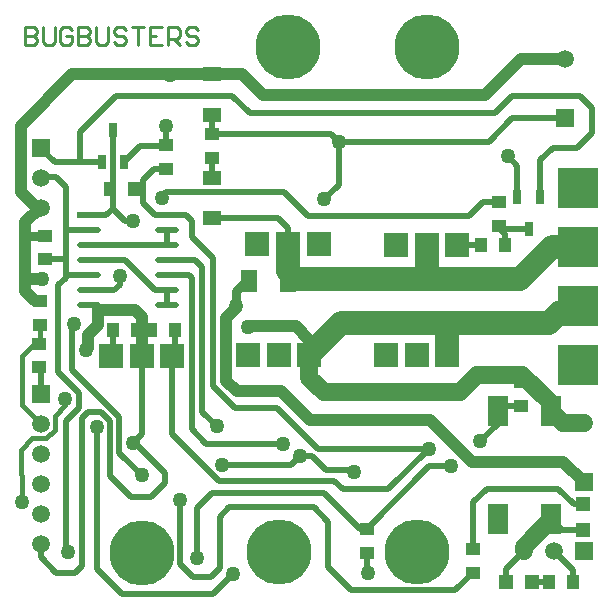
<source format=gtl>
%FSLAX25Y25*%
%MOIN*%
G70*
G01*
G75*
G04 Layer_Physical_Order=1*
G04 Layer_Color=255*
%ADD10R,0.03937X0.05118*%
%ADD11R,0.04724X0.05118*%
%ADD12R,0.05118X0.03937*%
%ADD13R,0.07000X0.10000*%
%ADD14R,0.05500X0.07600*%
%ADD15R,0.08000X0.02000*%
%ADD16O,0.08000X0.02000*%
%ADD17R,0.02559X0.04724*%
%ADD18R,0.06299X0.04921*%
%ADD19R,0.05118X0.04724*%
%ADD20C,0.07874*%
%ADD21C,0.02000*%
%ADD22C,0.06000*%
%ADD23C,0.01500*%
%ADD24C,0.04000*%
%ADD25C,0.03000*%
%ADD26C,0.01000*%
%ADD27C,0.05906*%
%ADD28R,0.05906X0.05906*%
%ADD29R,0.05906X0.05906*%
%ADD30R,0.08400X0.08400*%
%ADD31R,0.13780X0.13780*%
%ADD32C,0.21654*%
%ADD33C,0.05000*%
D10*
X185337Y331100D02*
D03*
X177463D02*
D03*
X32163Y415100D02*
D03*
X40037D02*
D03*
X52637D02*
D03*
X44763D02*
D03*
X31063Y462100D02*
D03*
X38937D02*
D03*
X154763Y443600D02*
D03*
X162637D02*
D03*
D11*
X163032Y331100D02*
D03*
X171694D02*
D03*
D12*
X116500Y348837D02*
D03*
Y340963D02*
D03*
X151900Y342037D02*
D03*
Y334163D02*
D03*
X167900Y389963D02*
D03*
Y397837D02*
D03*
X7300Y410537D02*
D03*
Y402663D02*
D03*
X7500Y416963D02*
D03*
Y424837D02*
D03*
X9300Y438763D02*
D03*
Y446637D02*
D03*
X64961Y480315D02*
D03*
Y472441D02*
D03*
X49800Y468963D02*
D03*
Y476837D02*
D03*
X160800Y449963D02*
D03*
Y457837D02*
D03*
D13*
X160243Y388000D02*
D03*
X177959D02*
D03*
Y352000D02*
D03*
X160243D02*
D03*
D14*
X77225Y431600D02*
D03*
X90175D02*
D03*
D15*
X24065Y453415D02*
D03*
D16*
Y448415D02*
D03*
Y443415D02*
D03*
Y438415D02*
D03*
Y433415D02*
D03*
Y428415D02*
D03*
Y423415D02*
D03*
X50065D02*
D03*
Y428415D02*
D03*
Y433415D02*
D03*
Y438415D02*
D03*
Y443415D02*
D03*
Y448415D02*
D03*
Y453415D02*
D03*
D17*
X35740Y471276D02*
D03*
X28260D02*
D03*
X32000Y481724D02*
D03*
X166760Y459324D02*
D03*
X174240D02*
D03*
X170500Y448876D02*
D03*
D18*
X64961Y452370D02*
D03*
Y465953D02*
D03*
Y486803D02*
D03*
Y500386D02*
D03*
D19*
X188800Y348332D02*
D03*
Y356994D02*
D03*
D20*
X90339Y434661D02*
Y443713D01*
X178413Y442913D02*
X187008D01*
X143408Y406936D02*
Y416592D01*
X142500Y417500D02*
X143408Y416592D01*
X167500Y432000D02*
X178413Y442913D01*
X90339Y434661D02*
X93000Y432000D01*
X97442Y406936D02*
X108005Y417500D01*
X142500D01*
X93000Y432000D02*
X136500D01*
X167500D01*
X136500D02*
Y443630D01*
X185039Y421260D02*
X187008Y423228D01*
X181102Y421260D02*
X185039D01*
X177342Y417500D02*
X181102Y421260D01*
X142500Y417500D02*
X171300D01*
X177342D01*
D21*
X107283Y463583D02*
Y477821D01*
X102362Y458661D02*
X107283Y463583D01*
X64961Y452370D02*
X87000D01*
X90339Y449031D01*
Y443713D02*
Y449031D01*
X64961Y465953D02*
Y472441D01*
Y480315D02*
Y486803D01*
X66106Y485658D01*
X50065Y443415D02*
Y448415D01*
X24065Y443415D02*
X50065D01*
Y423415D02*
Y428415D01*
X16900Y448415D02*
X24065D01*
X16300Y433415D02*
X24065D01*
X50065D02*
X57285D01*
X50065Y438415D02*
X59356D01*
X12998Y466102D02*
X16191Y462909D01*
X24065Y428415D02*
X32315D01*
X12550Y471150D02*
X21086D01*
X31900Y455600D02*
Y481724D01*
X29715Y453415D02*
X31900Y455600D01*
X24065Y453415D02*
X29715D01*
X35900Y451600D02*
X38500D01*
X31900Y455600D02*
X35900Y451600D01*
X89000Y461000D02*
X97000Y453000D01*
X150500D01*
X155337Y457837D01*
X160800D01*
X146730Y443600D02*
X154763D01*
X146700Y443630D02*
X146730Y443600D01*
X160800Y449100D02*
Y449963D01*
X162637Y443600D02*
Y447263D01*
X160800Y449100D02*
X161024Y448876D01*
X162637Y447263D01*
X161024Y448876D02*
X170500D01*
X174240Y459324D02*
Y471640D01*
X178500Y475900D01*
X186800D01*
X191800Y480900D01*
X21086Y471150D02*
Y481286D01*
X191800Y480900D02*
Y489000D01*
X185706Y356994D02*
X188800D01*
X180400Y362300D02*
X185706Y356994D01*
X156600Y362300D02*
X180400D01*
X152000Y342037D02*
Y357700D01*
X156600Y362300D01*
X163032Y335632D02*
X168900Y341500D01*
X181627Y348332D02*
X188800D01*
X177959Y352000D02*
X181627Y348332D01*
X171694Y331100D02*
X177463D01*
X163032D02*
Y335632D01*
X185337Y331100D02*
Y335063D01*
X178900Y341500D02*
X185337Y335063D01*
X60000Y339100D02*
Y355700D01*
X65000Y360700D01*
X54300Y358500D02*
X54327Y358473D01*
Y337173D02*
Y358473D01*
Y337173D02*
X58700Y332800D01*
X64700D01*
X67600Y335700D01*
Y335864D01*
X67700Y335964D01*
Y352900D01*
X70800Y356000D01*
X98841D01*
X146054Y328317D02*
X151900Y334163D01*
X100300Y375500D02*
X137200D01*
X51700Y380500D02*
Y406500D01*
X24065Y438415D02*
X36085D01*
X46085Y428415D01*
X50065D01*
X34200Y430300D02*
Y433300D01*
X32315Y428415D02*
X34200Y430300D01*
X98841Y356000D02*
X103600Y351241D01*
Y336000D02*
Y351241D01*
Y336000D02*
X111283Y328317D01*
X146054D01*
X9300Y438763D02*
X15628D01*
X7382Y466102D02*
X12998D01*
X41900Y457500D02*
X45985Y453415D01*
X50065D01*
X26500Y335400D02*
X34900Y327000D01*
X65200D01*
X72100Y333900D01*
X166760Y459324D02*
Y469940D01*
X163700Y473000D02*
X166760Y469940D01*
X38659Y377559D02*
X41500Y380400D01*
Y406500D01*
X34159Y374141D02*
X41600Y366700D01*
X35740Y471276D02*
X40908Y476443D01*
X41900Y465200D02*
X45663Y468963D01*
X49406D01*
X48100Y459300D02*
X48200D01*
X49800Y461000D02*
X89000D01*
X48100Y459300D02*
X49800Y461000D01*
X38659Y377559D02*
X39441D01*
X49400Y367600D01*
Y364200D02*
Y367600D01*
X44700Y359500D02*
X49400Y364200D01*
X38100Y359500D02*
X44700D01*
X7874Y339426D02*
Y343701D01*
X26500Y335400D02*
Y382800D01*
X7874Y339426D02*
X13100Y334200D01*
X19200D01*
X21500Y336500D01*
X21086Y481286D02*
X33100Y493300D01*
X187500D02*
X191800Y489000D01*
X71700Y493300D02*
X77600Y487400D01*
X33100Y493300D02*
X71700D01*
X77600Y487400D02*
X159200D01*
X165100Y493300D01*
X187500D01*
X165157Y485658D02*
X182700D01*
X157321Y477821D02*
X165157Y485658D01*
X107283Y477821D02*
X157321D01*
X64961Y480315D02*
X104789D01*
X107283Y477821D01*
X116500Y334800D02*
Y340963D01*
Y334800D02*
X117000Y334300D01*
X50065Y453415D02*
X56385D01*
X58400Y451400D01*
Y446200D02*
Y451400D01*
X31159Y366441D02*
X38100Y359500D01*
X31159Y366441D02*
Y384798D01*
X28057Y387900D02*
X31159Y384798D01*
X16191Y432432D02*
Y462909D01*
X23600Y408400D02*
X24065Y408865D01*
X2700Y432000D02*
X2900Y432200D01*
X160243Y388000D02*
X162206Y389963D01*
X167900D01*
X13800Y430040D02*
X16191Y432432D01*
X41500Y415100D02*
X43557D01*
X52637Y407437D02*
Y415100D01*
X51700Y406500D02*
X52637Y407437D01*
X57285Y433415D02*
X58200Y432500D01*
X160243Y383943D02*
Y388000D01*
X154300Y378000D02*
X160243Y383943D01*
X65400Y396400D02*
X72800Y389000D01*
X65400Y396400D02*
Y439200D01*
X58400Y446200D02*
X65400Y439200D01*
X61700Y387800D02*
Y436071D01*
X59356Y438415D02*
X61700Y436071D01*
X39243Y415100D02*
X40037D01*
X41500D01*
X49800Y476443D02*
Y476837D01*
Y483100D01*
X7800Y475900D02*
X12550Y471150D01*
X21086D02*
X28434D01*
X58200Y382000D02*
Y432500D01*
Y382000D02*
X63000Y377200D01*
X88800D01*
X61700Y387800D02*
X66500Y383000D01*
X72800Y389000D02*
X86800D01*
X51700Y380500D02*
X67300Y364900D01*
X86800Y389000D02*
X100300Y375500D01*
X94300Y373200D02*
X98357D01*
X102957Y368600D01*
X67300Y364900D02*
X105800D01*
X108700Y362000D01*
X123700D01*
X137200Y375500D01*
X65000Y360700D02*
X102400D01*
X114263Y348837D01*
X116500D01*
X137363Y369700D01*
X144600D01*
X68300Y370300D02*
X91400D01*
X94300Y373200D01*
X21500Y336500D02*
Y385900D01*
X23500Y387900D01*
X28057D01*
X16191Y341000D02*
Y384891D01*
X20600Y389300D01*
X34159Y374141D02*
Y386041D01*
X18300Y401900D02*
Y417000D01*
Y401900D02*
X34159Y386041D01*
X13800Y401000D02*
Y430040D01*
Y401000D02*
X20600Y394200D01*
Y389300D02*
Y394200D01*
X7874Y393701D02*
Y402663D01*
X41900Y457500D02*
Y465200D01*
X49406Y468963D02*
X49800Y469357D01*
X32157Y407357D02*
Y415100D01*
X40908Y476443D02*
X49800D01*
X102957Y368600D02*
X112400D01*
D22*
X181901Y384058D02*
X188976D01*
X177959Y388000D02*
X181901Y384058D01*
X168900Y341500D02*
Y342941D01*
X177959Y352000D01*
X171300Y417500D02*
X172137Y416663D01*
X97442Y399258D02*
X102200Y394500D01*
X97442Y399258D02*
Y406936D01*
X177959Y388000D02*
Y390741D01*
X102200Y394500D02*
X147600D01*
X153359Y400259D01*
X168441D01*
X177959Y390741D01*
D23*
X1600Y389975D02*
X7874Y383701D01*
X1600Y389975D02*
Y406500D01*
X5637Y410537D01*
X7300D01*
X7500Y410737D02*
Y416963D01*
X1200Y367000D02*
Y375100D01*
X5098Y378998D01*
X9822D01*
X12577Y381753D01*
Y386477D01*
X16100Y390000D01*
Y392100D01*
X1700Y357837D02*
Y366500D01*
X1200Y367000D02*
X1700Y366500D01*
D24*
X2700Y428100D02*
X5663Y425137D01*
X2700Y451100D02*
X7500Y455900D01*
X64961Y500386D02*
X75114D01*
X81900Y493600D01*
X156100D01*
X167842Y505342D01*
X182700D01*
X2900Y432200D02*
X8200D01*
X2700Y428100D02*
Y432000D01*
Y451100D01*
X97442Y406936D02*
Y411959D01*
X1200Y461200D02*
X6500Y455900D01*
X1200Y461200D02*
Y483200D01*
X18386Y500386D01*
X23000Y408400D02*
X23700Y409100D01*
Y413400D01*
X27000Y416700D01*
Y421900D01*
X39200D02*
X41500Y419600D01*
X27000Y421900D02*
X39200D01*
X93000Y416400D02*
X97442Y411959D01*
X182150Y371200D02*
X188976Y364373D01*
X88000Y394700D02*
X97700Y385000D01*
X73300Y394700D02*
X88000D01*
X97700Y385000D02*
X137800D01*
X151600Y371200D01*
X182150D01*
X69800Y398200D02*
X73300Y394700D01*
X69800Y398200D02*
Y419200D01*
X73000Y422400D01*
X41500Y406500D02*
Y415100D01*
Y419600D01*
X18386Y500386D02*
X64961D01*
X77000Y416400D02*
X93000D01*
D25*
X3663Y446637D02*
X9300D01*
X6500Y455900D02*
X7500D01*
X7874D01*
X73000Y422400D02*
Y423300D01*
Y428191D01*
X76409Y431600D01*
X72250Y423150D02*
X73000Y422400D01*
D26*
X2500Y516198D02*
Y510200D01*
X5499D01*
X6499Y511200D01*
Y512199D01*
X5499Y513199D01*
X2500D01*
X5499D01*
X6499Y514199D01*
Y515198D01*
X5499Y516198D01*
X2500D01*
X8498D02*
Y511200D01*
X9498Y510200D01*
X11497D01*
X12497Y511200D01*
Y516198D01*
X18495Y515198D02*
X17495Y516198D01*
X15496D01*
X14496Y515198D01*
Y511200D01*
X15496Y510200D01*
X17495D01*
X18495Y511200D01*
Y513199D01*
X16496D01*
X20494Y516198D02*
Y510200D01*
X23493D01*
X24493Y511200D01*
Y512199D01*
X23493Y513199D01*
X20494D01*
X23493D01*
X24493Y514199D01*
Y515198D01*
X23493Y516198D01*
X20494D01*
X26492D02*
Y511200D01*
X27492Y510200D01*
X29491D01*
X30491Y511200D01*
Y516198D01*
X36489Y515198D02*
X35489Y516198D01*
X33490D01*
X32490Y515198D01*
Y514199D01*
X33490Y513199D01*
X35489D01*
X36489Y512199D01*
Y511200D01*
X35489Y510200D01*
X33490D01*
X32490Y511200D01*
X38488Y516198D02*
X42487D01*
X40488D01*
Y510200D01*
X48485Y516198D02*
X44486D01*
Y510200D01*
X48485D01*
X44486Y513199D02*
X46486D01*
X50485Y510200D02*
Y516198D01*
X53483D01*
X54483Y515198D01*
Y513199D01*
X53483Y512199D01*
X50485D01*
X52484D02*
X54483Y510200D01*
X60481Y515198D02*
X59482Y516198D01*
X57482D01*
X56482Y515198D01*
Y514199D01*
X57482Y513199D01*
X59482D01*
X60481Y512199D01*
Y511200D01*
X59482Y510200D01*
X57482D01*
X56482Y511200D01*
D27*
X182700Y505342D02*
D03*
X188976Y384058D02*
D03*
X178900Y341500D02*
D03*
X168900D02*
D03*
X7874Y383701D02*
D03*
Y373701D02*
D03*
Y363701D02*
D03*
Y353701D02*
D03*
Y343701D02*
D03*
X7874Y465900D02*
D03*
Y455900D02*
D03*
D28*
X182700Y485658D02*
D03*
X188976Y364373D02*
D03*
X7874Y393701D02*
D03*
X7874Y475900D02*
D03*
D29*
X188900Y341500D02*
D03*
D30*
X133208Y406936D02*
D03*
X123008D02*
D03*
X143408D02*
D03*
X87242D02*
D03*
X77042D02*
D03*
X97442D02*
D03*
X41500Y406500D02*
D03*
X31300D02*
D03*
X51700D02*
D03*
X90339Y443713D02*
D03*
X100539D02*
D03*
X80139D02*
D03*
X136500Y443630D02*
D03*
X146700D02*
D03*
X126300D02*
D03*
D31*
X187008Y403543D02*
D03*
Y462598D02*
D03*
Y442913D02*
D03*
Y423228D02*
D03*
D32*
X133208Y341144D02*
D03*
X87242D02*
D03*
X41500Y340708D02*
D03*
X90339Y509505D02*
D03*
X136500Y509422D02*
D03*
D33*
X107283Y477821D02*
D03*
X102362Y458661D02*
D03*
X38500Y451600D02*
D03*
X72100Y333900D02*
D03*
X54300Y358500D02*
D03*
X60000Y339100D02*
D03*
X137200Y375500D02*
D03*
X34200Y433300D02*
D03*
X51100Y500100D02*
D03*
X163700Y473000D02*
D03*
X38659Y377559D02*
D03*
X41600Y366700D02*
D03*
X49800Y483100D02*
D03*
X48200Y459300D02*
D03*
X26500Y382800D02*
D03*
X17000Y341000D02*
D03*
X117000Y334300D02*
D03*
X23000Y408400D02*
D03*
X8200Y432200D02*
D03*
X19000Y417000D02*
D03*
X77000Y416300D02*
D03*
X73000Y423300D02*
D03*
X154300Y378000D02*
D03*
X144600Y369700D02*
D03*
X88800Y377200D02*
D03*
X66500Y383000D02*
D03*
X94300Y373200D02*
D03*
X68300Y370300D02*
D03*
X112400Y367700D02*
D03*
X16100Y392100D02*
D03*
X1700Y357837D02*
D03*
M02*

</source>
